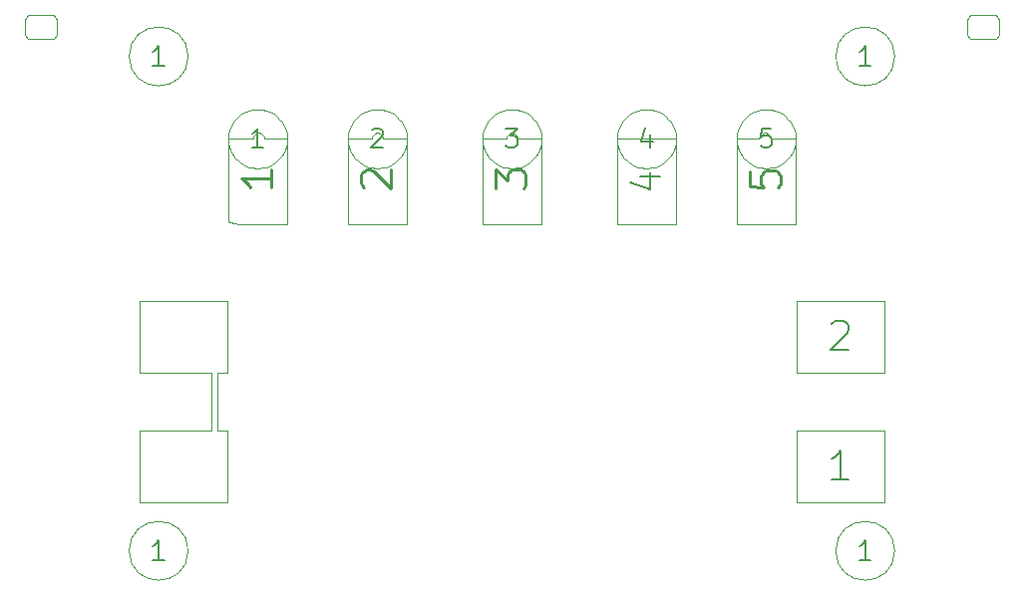
<source format=gbr>
%TF.GenerationSoftware,KiCad,Pcbnew,9.0.0*%
%TF.CreationDate,2025-06-19T18:08:36+01:00*%
%TF.ProjectId,solderbit-gamepad,736f6c64-6572-4626-9974-2d67616d6570,v0.7*%
%TF.SameCoordinates,Original*%
%TF.FileFunction,AssemblyDrawing,Bot*%
%FSLAX46Y46*%
G04 Gerber Fmt 4.6, Leading zero omitted, Abs format (unit mm)*
G04 Created by KiCad (PCBNEW 9.0.0) date 2025-06-19 18:08:36*
%MOMM*%
%LPD*%
G01*
G04 APERTURE LIST*
%ADD10C,0.100000*%
%ADD11C,0.100000*%
%TD*%
%ADD12C,0.138889*%
%ADD13C,0.215278*%
%ADD14C,0.201389*%
%ADD15C,0.216667*%
%ADD16C,0.206944*%
G04 APERTURE END LIST*
D10*
D11*
D10*
X142914719Y-37564719D02*
X142930357Y-37434499D01*
X142985306Y-37295158D01*
X143075810Y-37175810D01*
X143195158Y-37085306D01*
X143334499Y-37030357D01*
X143464719Y-37014719D01*
X145064719Y-37014719D01*
X145194939Y-37030357D01*
X145334280Y-37085306D01*
X145453628Y-37175810D01*
X145544132Y-37295158D01*
X145599081Y-37434499D01*
X145614719Y-37564719D01*
X145614719Y-38564719D01*
X145599081Y-38694939D01*
X145544132Y-38834280D01*
X145453628Y-38953628D01*
X145334280Y-39044132D01*
X145194939Y-39099081D01*
X145064719Y-39114719D01*
X143464719Y-39114719D01*
X143334499Y-39099081D01*
X143195158Y-39044132D01*
X143075810Y-38953628D01*
X142985306Y-38834280D01*
X142930357Y-38694939D01*
X142914719Y-38564719D01*
X142914719Y-37564719D01*
D11*
D10*
X62914719Y-37564719D02*
X62930357Y-37434499D01*
X62985306Y-37295158D01*
X63075810Y-37175810D01*
X63195158Y-37085306D01*
X63334499Y-37030357D01*
X63464719Y-37014719D01*
X65064719Y-37014719D01*
X65194939Y-37030357D01*
X65334280Y-37085306D01*
X65453628Y-37175810D01*
X65544132Y-37295158D01*
X65599081Y-37434499D01*
X65614719Y-37564719D01*
X65614719Y-38564719D01*
X65599081Y-38694939D01*
X65544132Y-38834280D01*
X65453628Y-38953628D01*
X65334280Y-39044132D01*
X65194939Y-39099081D01*
X65064719Y-39114719D01*
X63464719Y-39114719D01*
X63334499Y-39099081D01*
X63195158Y-39044132D01*
X63075810Y-38953628D01*
X62985306Y-38834280D01*
X62930357Y-38694939D01*
X62914719Y-38564719D01*
X62914719Y-37564719D01*
D12*
X134740909Y-41328528D02*
X133788529Y-41328528D01*
X134264719Y-41328528D02*
X134264719Y-39661862D01*
X134264719Y-39661862D02*
X134105989Y-39899957D01*
X134105989Y-39899957D02*
X133947259Y-40058687D01*
X133947259Y-40058687D02*
X133788529Y-40138052D01*
D10*
X136764719Y-40564719D02*
G75*
G02*
X131764719Y-40564719I-2500000J0D01*
G01*
X131764719Y-40564719D02*
G75*
G02*
X136764719Y-40564719I2500000J0D01*
G01*
D12*
X74740909Y-83328528D02*
X73788529Y-83328528D01*
X74264719Y-83328528D02*
X74264719Y-81661862D01*
X74264719Y-81661862D02*
X74105989Y-81899957D01*
X74105989Y-81899957D02*
X73947259Y-82058687D01*
X73947259Y-82058687D02*
X73788529Y-82138052D01*
D10*
X76764719Y-82564719D02*
G75*
G02*
X71764719Y-82564719I-2500000J0D01*
G01*
X71764719Y-82564719D02*
G75*
G02*
X76764719Y-82564719I2500000J0D01*
G01*
D12*
X134740909Y-83328528D02*
X133788529Y-83328528D01*
X134264719Y-83328528D02*
X134264719Y-81661862D01*
X134264719Y-81661862D02*
X134105989Y-81899957D01*
X134105989Y-81899957D02*
X133947259Y-82058687D01*
X133947259Y-82058687D02*
X133788529Y-82138052D01*
D10*
X136764719Y-82564719D02*
G75*
G02*
X131764719Y-82564719I-2500000J0D01*
G01*
X131764719Y-82564719D02*
G75*
G02*
X136764719Y-82564719I2500000J0D01*
G01*
D12*
X74740909Y-41328528D02*
X73788529Y-41328528D01*
X74264719Y-41328528D02*
X74264719Y-39661862D01*
X74264719Y-39661862D02*
X74105989Y-39899957D01*
X74105989Y-39899957D02*
X73947259Y-40058687D01*
X73947259Y-40058687D02*
X73788529Y-40138052D01*
D10*
X76764719Y-40564719D02*
G75*
G02*
X71764719Y-40564719I-2500000J0D01*
G01*
X71764719Y-40564719D02*
G75*
G02*
X76764719Y-40564719I2500000J0D01*
G01*
D12*
X83150909Y-48328528D02*
X82198529Y-48328528D01*
X82674719Y-48328528D02*
X82674719Y-46661862D01*
X82674719Y-46661862D02*
X82515989Y-46899957D01*
X82515989Y-46899957D02*
X82357259Y-47058687D01*
X82357259Y-47058687D02*
X82198529Y-47138052D01*
D10*
X83093485Y-45100041D02*
X83366808Y-45162426D01*
X83631428Y-45255020D01*
X83884016Y-45376660D01*
X84121397Y-45525817D01*
X84340585Y-45700614D01*
X84538824Y-45898853D01*
X84713621Y-46118041D01*
X84862778Y-46355422D01*
X84984418Y-46608010D01*
X85077012Y-46872630D01*
X85139397Y-47145953D01*
X85170786Y-47424543D01*
X85170786Y-47704895D01*
X85139397Y-47983485D01*
X85077012Y-48256808D01*
X84984418Y-48521428D01*
X84862778Y-48774016D01*
X84713621Y-49011397D01*
X84538824Y-49230585D01*
X84340585Y-49428824D01*
X84121397Y-49603621D01*
X83884016Y-49752778D01*
X83631428Y-49874418D01*
X83366808Y-49967012D01*
X83093485Y-50029397D01*
X82814895Y-50060786D01*
X82534543Y-50060786D01*
X82255953Y-50029397D01*
X81982630Y-49967012D01*
X81718010Y-49874418D01*
X81465422Y-49752778D01*
X81228041Y-49603621D01*
X81008853Y-49428824D01*
X80810614Y-49230585D01*
X80635817Y-49011397D01*
X80486660Y-48774016D01*
X80365020Y-48521428D01*
X80272426Y-48256808D01*
X80210041Y-47983485D01*
X80178652Y-47704895D01*
X80178652Y-47424543D01*
X80210041Y-47145953D01*
X80272426Y-46872630D01*
X80365020Y-46608010D01*
X80486660Y-46355422D01*
X80635817Y-46118041D01*
X80810614Y-45898853D01*
X81008853Y-45700614D01*
X81228041Y-45525817D01*
X81465422Y-45376660D01*
X81718010Y-45255020D01*
X81982630Y-45162426D01*
X82255953Y-45100041D01*
X82534543Y-45068652D01*
X82814895Y-45068652D01*
X83093485Y-45100041D01*
D13*
X83858623Y-50201623D02*
X83858623Y-51677813D01*
X83858623Y-50939718D02*
X81275290Y-50939718D01*
X81275290Y-50939718D02*
X81644338Y-51185750D01*
X81644338Y-51185750D02*
X81890370Y-51431781D01*
X81890370Y-51431781D02*
X82013386Y-51677813D01*
D10*
X82966061Y-47102779D02*
X83079100Y-47168042D01*
X83171396Y-47260338D01*
X83236659Y-47373377D01*
X83270441Y-47499456D01*
X83270441Y-47564719D01*
X85174719Y-47564719D01*
X85174719Y-54814719D01*
X81264724Y-54814719D01*
X81264724Y-54810082D01*
X81078723Y-54807268D01*
X80709585Y-54761203D01*
X80348991Y-54669782D01*
X80174719Y-54604718D01*
X80174719Y-47564719D01*
X82278997Y-47564719D01*
X82278997Y-47499456D01*
X82312779Y-47373377D01*
X82378042Y-47260338D01*
X82470338Y-47168042D01*
X82583377Y-47102779D01*
X82709456Y-47068997D01*
X82839982Y-47068997D01*
X82966061Y-47102779D01*
D13*
X91681322Y-51677813D02*
X91558306Y-51554797D01*
X91558306Y-51554797D02*
X91435290Y-51308766D01*
X91435290Y-51308766D02*
X91435290Y-50693686D01*
X91435290Y-50693686D02*
X91558306Y-50447655D01*
X91558306Y-50447655D02*
X91681322Y-50324639D01*
X91681322Y-50324639D02*
X91927354Y-50201623D01*
X91927354Y-50201623D02*
X92173386Y-50201623D01*
X92173386Y-50201623D02*
X92542433Y-50324639D01*
X92542433Y-50324639D02*
X94018623Y-51800829D01*
X94018623Y-51800829D02*
X94018623Y-50201623D01*
D10*
X93026061Y-47102779D02*
X93139100Y-47168042D01*
X93231396Y-47260338D01*
X93296659Y-47373377D01*
X93330441Y-47499456D01*
X93330441Y-47564719D01*
X95334719Y-47564719D01*
X95334719Y-54814719D01*
X90334719Y-54814719D01*
X90334719Y-47564719D01*
X92338997Y-47564719D01*
X92338997Y-47499456D01*
X92372779Y-47373377D01*
X92438042Y-47260338D01*
X92530338Y-47168042D01*
X92643377Y-47102779D01*
X92769456Y-47068997D01*
X92899982Y-47068997D01*
X93026061Y-47102779D01*
D12*
X92358529Y-46820592D02*
X92437894Y-46741227D01*
X92437894Y-46741227D02*
X92596624Y-46661862D01*
X92596624Y-46661862D02*
X92993449Y-46661862D01*
X92993449Y-46661862D02*
X93152179Y-46741227D01*
X93152179Y-46741227D02*
X93231544Y-46820592D01*
X93231544Y-46820592D02*
X93310909Y-46979322D01*
X93310909Y-46979322D02*
X93310909Y-47138052D01*
X93310909Y-47138052D02*
X93231544Y-47376147D01*
X93231544Y-47376147D02*
X92279164Y-48328528D01*
X92279164Y-48328528D02*
X93310909Y-48328528D01*
D10*
X93253485Y-45100041D02*
X93526808Y-45162426D01*
X93791428Y-45255020D01*
X94044016Y-45376660D01*
X94281397Y-45525817D01*
X94500585Y-45700614D01*
X94698824Y-45898853D01*
X94873621Y-46118041D01*
X95022778Y-46355422D01*
X95144418Y-46608010D01*
X95237012Y-46872630D01*
X95299397Y-47145953D01*
X95330786Y-47424543D01*
X95330786Y-47704895D01*
X95299397Y-47983485D01*
X95237012Y-48256808D01*
X95144418Y-48521428D01*
X95022778Y-48774016D01*
X94873621Y-49011397D01*
X94698824Y-49230585D01*
X94500585Y-49428824D01*
X94281397Y-49603621D01*
X94044016Y-49752778D01*
X93791428Y-49874418D01*
X93526808Y-49967012D01*
X93253485Y-50029397D01*
X92974895Y-50060786D01*
X92694543Y-50060786D01*
X92415953Y-50029397D01*
X92142630Y-49967012D01*
X91878010Y-49874418D01*
X91625422Y-49752778D01*
X91388041Y-49603621D01*
X91168853Y-49428824D01*
X90970614Y-49230585D01*
X90795817Y-49011397D01*
X90646660Y-48774016D01*
X90525020Y-48521428D01*
X90432426Y-48256808D01*
X90370041Y-47983485D01*
X90338652Y-47704895D01*
X90338652Y-47424543D01*
X90370041Y-47145953D01*
X90432426Y-46872630D01*
X90525020Y-46608010D01*
X90646660Y-46355422D01*
X90795817Y-46118041D01*
X90970614Y-45898853D01*
X91168853Y-45700614D01*
X91388041Y-45525817D01*
X91625422Y-45376660D01*
X91878010Y-45255020D01*
X92142630Y-45162426D01*
X92415953Y-45100041D01*
X92694543Y-45068652D01*
X92974895Y-45068652D01*
X93253485Y-45100041D01*
D13*
X102865290Y-51800829D02*
X102865290Y-50201623D01*
X102865290Y-50201623D02*
X103849417Y-51062734D01*
X103849417Y-51062734D02*
X103849417Y-50693686D01*
X103849417Y-50693686D02*
X103972433Y-50447655D01*
X103972433Y-50447655D02*
X104095449Y-50324639D01*
X104095449Y-50324639D02*
X104341481Y-50201623D01*
X104341481Y-50201623D02*
X104956560Y-50201623D01*
X104956560Y-50201623D02*
X105202592Y-50324639D01*
X105202592Y-50324639D02*
X105325608Y-50447655D01*
X105325608Y-50447655D02*
X105448623Y-50693686D01*
X105448623Y-50693686D02*
X105448623Y-51431781D01*
X105448623Y-51431781D02*
X105325608Y-51677813D01*
X105325608Y-51677813D02*
X105202592Y-51800829D01*
D10*
X104456061Y-47102779D02*
X104569100Y-47168042D01*
X104661396Y-47260338D01*
X104726659Y-47373377D01*
X104760441Y-47499456D01*
X104760441Y-47564719D01*
X106764719Y-47564719D01*
X106764719Y-54814719D01*
X101764719Y-54814719D01*
X101764719Y-47564719D01*
X103768997Y-47564719D01*
X103768997Y-47499456D01*
X103802779Y-47373377D01*
X103868042Y-47260338D01*
X103960338Y-47168042D01*
X104073377Y-47102779D01*
X104199456Y-47068997D01*
X104329982Y-47068997D01*
X104456061Y-47102779D01*
D12*
X103709164Y-46661862D02*
X104740909Y-46661862D01*
X104740909Y-46661862D02*
X104185354Y-47296782D01*
X104185354Y-47296782D02*
X104423449Y-47296782D01*
X104423449Y-47296782D02*
X104582179Y-47376147D01*
X104582179Y-47376147D02*
X104661544Y-47455512D01*
X104661544Y-47455512D02*
X104740909Y-47614242D01*
X104740909Y-47614242D02*
X104740909Y-48011067D01*
X104740909Y-48011067D02*
X104661544Y-48169797D01*
X104661544Y-48169797D02*
X104582179Y-48249163D01*
X104582179Y-48249163D02*
X104423449Y-48328528D01*
X104423449Y-48328528D02*
X103947259Y-48328528D01*
X103947259Y-48328528D02*
X103788529Y-48249163D01*
X103788529Y-48249163D02*
X103709164Y-48169797D01*
D10*
X104683485Y-45100041D02*
X104956808Y-45162426D01*
X105221428Y-45255020D01*
X105474016Y-45376660D01*
X105711397Y-45525817D01*
X105930585Y-45700614D01*
X106128824Y-45898853D01*
X106303621Y-46118041D01*
X106452778Y-46355422D01*
X106574418Y-46608010D01*
X106667012Y-46872630D01*
X106729397Y-47145953D01*
X106760786Y-47424543D01*
X106760786Y-47704895D01*
X106729397Y-47983485D01*
X106667012Y-48256808D01*
X106574418Y-48521428D01*
X106452778Y-48774016D01*
X106303621Y-49011397D01*
X106128824Y-49230585D01*
X105930585Y-49428824D01*
X105711397Y-49603621D01*
X105474016Y-49752778D01*
X105221428Y-49874418D01*
X104956808Y-49967012D01*
X104683485Y-50029397D01*
X104404895Y-50060786D01*
X104124543Y-50060786D01*
X103845953Y-50029397D01*
X103572630Y-49967012D01*
X103308010Y-49874418D01*
X103055422Y-49752778D01*
X102818041Y-49603621D01*
X102598853Y-49428824D01*
X102400614Y-49230585D01*
X102225817Y-49011397D01*
X102076660Y-48774016D01*
X101955020Y-48521428D01*
X101862426Y-48256808D01*
X101800041Y-47983485D01*
X101768652Y-47704895D01*
X101768652Y-47424543D01*
X101800041Y-47145953D01*
X101862426Y-46872630D01*
X101955020Y-46608010D01*
X102076660Y-46355422D01*
X102225817Y-46118041D01*
X102400614Y-45898853D01*
X102598853Y-45700614D01*
X102818041Y-45525817D01*
X103055422Y-45376660D01*
X103308010Y-45255020D01*
X103572630Y-45162426D01*
X103845953Y-45100041D01*
X104124543Y-45068652D01*
X104404895Y-45068652D01*
X104683485Y-45100041D01*
D14*
X115191131Y-50729401D02*
X116802242Y-50729401D01*
X114270497Y-51304798D02*
X115996687Y-51880194D01*
X115996687Y-51880194D02*
X115996687Y-50384163D01*
D10*
X118194719Y-54814719D02*
X113194719Y-54814719D01*
X113194719Y-47564719D01*
X118194719Y-47564719D01*
X118194719Y-54814719D01*
D12*
X116012179Y-47217417D02*
X116012179Y-48328528D01*
X115615354Y-46582497D02*
X115218529Y-47772972D01*
X115218529Y-47772972D02*
X116250274Y-47772972D01*
D10*
X116113485Y-45100041D02*
X116386808Y-45162426D01*
X116651428Y-45255020D01*
X116904016Y-45376660D01*
X117141397Y-45525817D01*
X117360585Y-45700614D01*
X117558824Y-45898853D01*
X117733621Y-46118041D01*
X117882778Y-46355422D01*
X118004418Y-46608010D01*
X118097012Y-46872630D01*
X118159397Y-47145953D01*
X118190786Y-47424543D01*
X118190786Y-47704895D01*
X118159397Y-47983485D01*
X118097012Y-48256808D01*
X118004418Y-48521428D01*
X117882778Y-48774016D01*
X117733621Y-49011397D01*
X117558824Y-49230585D01*
X117360585Y-49428824D01*
X117141397Y-49603621D01*
X116904016Y-49752778D01*
X116651428Y-49874418D01*
X116386808Y-49967012D01*
X116113485Y-50029397D01*
X115834895Y-50060786D01*
X115554543Y-50060786D01*
X115275953Y-50029397D01*
X115002630Y-49967012D01*
X114738010Y-49874418D01*
X114485422Y-49752778D01*
X114248041Y-49603621D01*
X114028853Y-49428824D01*
X113830614Y-49230585D01*
X113655817Y-49011397D01*
X113506660Y-48774016D01*
X113385020Y-48521428D01*
X113292426Y-48256808D01*
X113230041Y-47983485D01*
X113198652Y-47704895D01*
X113198652Y-47424543D01*
X113230041Y-47145953D01*
X113292426Y-46872630D01*
X113385020Y-46608010D01*
X113506660Y-46355422D01*
X113655817Y-46118041D01*
X113830614Y-45898853D01*
X114028853Y-45700614D01*
X114248041Y-45525817D01*
X114485422Y-45376660D01*
X114738010Y-45255020D01*
X115002630Y-45162426D01*
X115275953Y-45100041D01*
X115554543Y-45068652D01*
X115834895Y-45068652D01*
X116113485Y-45100041D01*
D15*
X124446261Y-50345671D02*
X124446261Y-51583766D01*
X124446261Y-51583766D02*
X125684356Y-51707575D01*
X125684356Y-51707575D02*
X125560547Y-51583766D01*
X125560547Y-51583766D02*
X125436737Y-51336147D01*
X125436737Y-51336147D02*
X125436737Y-50717099D01*
X125436737Y-50717099D02*
X125560547Y-50469480D01*
X125560547Y-50469480D02*
X125684356Y-50345671D01*
X125684356Y-50345671D02*
X125931975Y-50221861D01*
X125931975Y-50221861D02*
X126551023Y-50221861D01*
X126551023Y-50221861D02*
X126798642Y-50345671D01*
X126798642Y-50345671D02*
X126922452Y-50469480D01*
X126922452Y-50469480D02*
X127046261Y-50717099D01*
X127046261Y-50717099D02*
X127046261Y-51336147D01*
X127046261Y-51336147D02*
X126922452Y-51583766D01*
X126922452Y-51583766D02*
X126798642Y-51707575D01*
D10*
X125946061Y-47102779D02*
X126059100Y-47168042D01*
X126151396Y-47260338D01*
X126216659Y-47373377D01*
X126250441Y-47499456D01*
X126250441Y-47564719D01*
X128354719Y-47564719D01*
X128354719Y-54864719D01*
X123354719Y-54864719D01*
X123354719Y-47564719D01*
X125258997Y-47564719D01*
X125258997Y-47499456D01*
X125292779Y-47373377D01*
X125358042Y-47260338D01*
X125450338Y-47168042D01*
X125563377Y-47102779D01*
X125689456Y-47068997D01*
X125819982Y-47068997D01*
X125946061Y-47102779D01*
D12*
X126251544Y-46661862D02*
X125457894Y-46661862D01*
X125457894Y-46661862D02*
X125378529Y-47455512D01*
X125378529Y-47455512D02*
X125457894Y-47376147D01*
X125457894Y-47376147D02*
X125616624Y-47296782D01*
X125616624Y-47296782D02*
X126013449Y-47296782D01*
X126013449Y-47296782D02*
X126172179Y-47376147D01*
X126172179Y-47376147D02*
X126251544Y-47455512D01*
X126251544Y-47455512D02*
X126330909Y-47614242D01*
X126330909Y-47614242D02*
X126330909Y-48011067D01*
X126330909Y-48011067D02*
X126251544Y-48169797D01*
X126251544Y-48169797D02*
X126172179Y-48249163D01*
X126172179Y-48249163D02*
X126013449Y-48328528D01*
X126013449Y-48328528D02*
X125616624Y-48328528D01*
X125616624Y-48328528D02*
X125457894Y-48249163D01*
X125457894Y-48249163D02*
X125378529Y-48169797D01*
D10*
X126273485Y-45100041D02*
X126546808Y-45162426D01*
X126811428Y-45255020D01*
X127064016Y-45376660D01*
X127301397Y-45525817D01*
X127520585Y-45700614D01*
X127718824Y-45898853D01*
X127893621Y-46118041D01*
X128042778Y-46355422D01*
X128164418Y-46608010D01*
X128257012Y-46872630D01*
X128319397Y-47145953D01*
X128350786Y-47424543D01*
X128350786Y-47704895D01*
X128319397Y-47983485D01*
X128257012Y-48256808D01*
X128164418Y-48521428D01*
X128042778Y-48774016D01*
X127893621Y-49011397D01*
X127718824Y-49230585D01*
X127520585Y-49428824D01*
X127301397Y-49603621D01*
X127064016Y-49752778D01*
X126811428Y-49874418D01*
X126546808Y-49967012D01*
X126273485Y-50029397D01*
X125994895Y-50060786D01*
X125714543Y-50060786D01*
X125435953Y-50029397D01*
X125162630Y-49967012D01*
X124898010Y-49874418D01*
X124645422Y-49752778D01*
X124408041Y-49603621D01*
X124188853Y-49428824D01*
X123990614Y-49230585D01*
X123815817Y-49011397D01*
X123666660Y-48774016D01*
X123545020Y-48521428D01*
X123452426Y-48256808D01*
X123390041Y-47983485D01*
X123358652Y-47704895D01*
X123358652Y-47424543D01*
X123390041Y-47145953D01*
X123452426Y-46872630D01*
X123545020Y-46608010D01*
X123666660Y-46355422D01*
X123815817Y-46118041D01*
X123990614Y-45898853D01*
X124188853Y-45700614D01*
X124408041Y-45525817D01*
X124645422Y-45376660D01*
X124898010Y-45255020D01*
X125162630Y-45162426D01*
X125435953Y-45100041D01*
X125714543Y-45068652D01*
X125994895Y-45068652D01*
X126273485Y-45100041D01*
X72664719Y-72314719D02*
X78714719Y-72314719D01*
X78714719Y-67414719D01*
X72664719Y-67414719D01*
X72664719Y-61314719D01*
X80114719Y-61314719D01*
X80114719Y-67414719D01*
X79214719Y-67414719D01*
X79214719Y-72314719D01*
X80114719Y-72314719D01*
X80114719Y-78414719D01*
X72664719Y-78414719D01*
X72664719Y-72314719D01*
D16*
X132849243Y-76502794D02*
X131430195Y-76502794D01*
X132139719Y-76502794D02*
X132139719Y-74019461D01*
X132139719Y-74019461D02*
X131903211Y-74374223D01*
X131903211Y-74374223D02*
X131666703Y-74610731D01*
X131666703Y-74610731D02*
X131430195Y-74728985D01*
D10*
X128414719Y-72314719D02*
X128414719Y-78414719D01*
X135864719Y-78414719D01*
X135864719Y-72314719D01*
X128414719Y-72314719D01*
D16*
X131430195Y-63255969D02*
X131548449Y-63137715D01*
X131548449Y-63137715D02*
X131784957Y-63019461D01*
X131784957Y-63019461D02*
X132376227Y-63019461D01*
X132376227Y-63019461D02*
X132612735Y-63137715D01*
X132612735Y-63137715D02*
X132730989Y-63255969D01*
X132730989Y-63255969D02*
X132849243Y-63492477D01*
X132849243Y-63492477D02*
X132849243Y-63728985D01*
X132849243Y-63728985D02*
X132730989Y-64083747D01*
X132730989Y-64083747D02*
X131311941Y-65502794D01*
X131311941Y-65502794D02*
X132849243Y-65502794D01*
D10*
X128414719Y-61314719D02*
X128414719Y-67414719D01*
X135864719Y-67414719D01*
X135864719Y-61314719D01*
X128414719Y-61314719D01*
M02*

</source>
